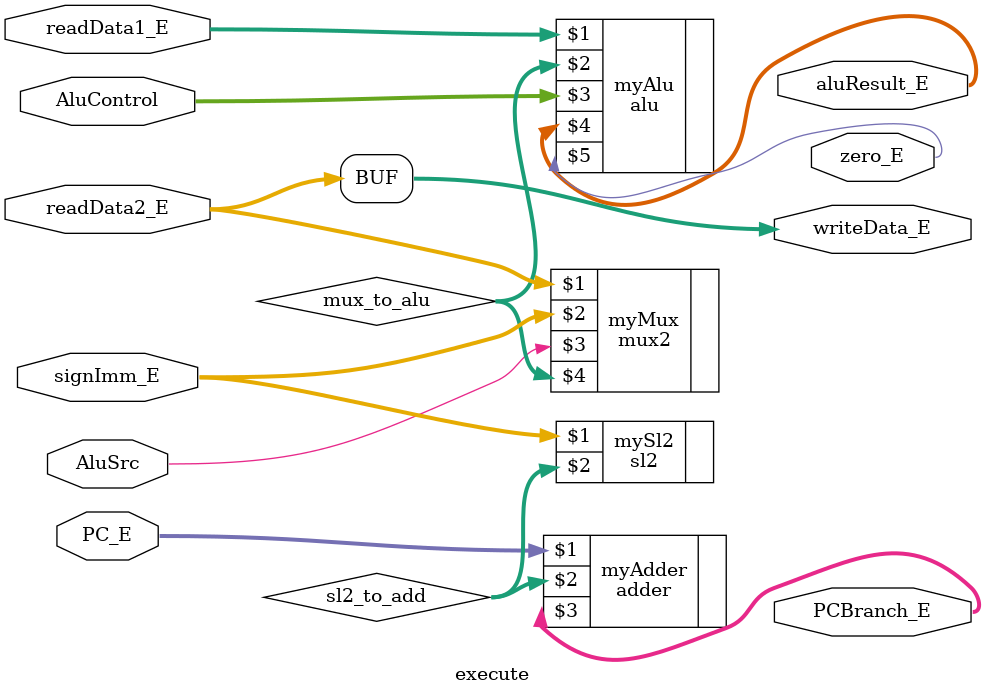
<source format=sv>
module execute #(parameter N = 64)(
				input logic AluSrc,
				input logic [3:0] AluControl,
				input logic [N-1:0] PC_E,signImm_E, readData1_E, readData2_E,
				output logic zero_E,
				output logic [N-1:0] PCBranch_E, aluResult_E, writeData_E);
	logic [N-1:0] sl2_to_add, mux_to_alu;
	assign writeData_E = readData2_E;
	adder #(N) myAdder (PC_E,sl2_to_add, PCBranch_E);

	alu myAlu (readData1_E, mux_to_alu, AluControl, aluResult_E, zero_E);
	
	mux2 #(N) myMux(readData2_E, signImm_E, AluSrc, mux_to_alu);
	
	sl2 #(N) mySl2 (signImm_E, sl2_to_add);

endmodule
</source>
